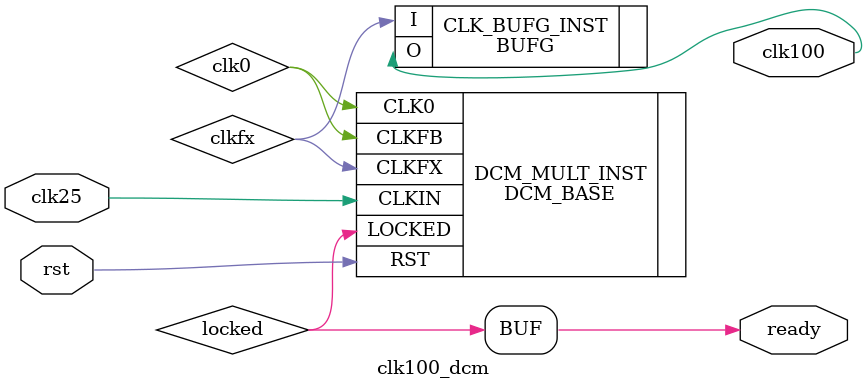
<source format=v>
`timescale 1ns / 1ps
`default_nettype none
module clk100_dcm(//outputs
						clk100, ready,
						//inputs
						clk25, rst );
	
	//outputs
	output clk100; //100MHz clock
	output ready;
	
	//inputs
	input clk25; //25MHz clock
	input rst; // Asynchronous active High reset
	 
	wire locked, clk0, clkfx;
	
	assign ready = locked;

	BUFG CLK_BUFG_INST (.I(clkfx),
								 .O(clk100));
								 
	DCM_BASE DCM_MULT_INST (.CLKIN(clk25),
								 .CLKFB(clk0),
								 .CLK0(clk0),
								 .RST(rst),
								 .CLKFX(clkfx),
								 .LOCKED(locked));
								 
	defparam DCM_MULT_INST.CLKFX_MULTIPLY = 4;
	defparam DCM_MULT_INST.CLKFX_DIVIDE = 1;
	defparam DCM_MULT_INST.CLK_FEEDBACK = "1X";
	defparam DCM_MULT_INST.CLKIN_PERIOD = 40; //clk25's period in ns
	defparam DCM_MULT_INST.CLKOUT_PHASE_SHIFT = "NONE";
	defparam DCM_MULT_INST.DESKEW_ADJUST = "SYSTEM_SYNCHRONOUS";
	defparam DCM_MULT_INST.DFS_FREQUENCY_MODE = "LOW";
	defparam DCM_MULT_INST.DLL_FREQUENCY_MODE = "LOW";
	defparam DCM_MULT_INST.DUTY_CYCLE_CORRECTION = "TRUE";
	defparam DCM_MULT_INST.FACTORY_JF = 16'hF0F0;
	defparam DCM_MULT_INST.PHASE_SHIFT = 0;
	defparam DCM_MULT_INST.STARTUP_WAIT = "TRUE";

endmodule

</source>
